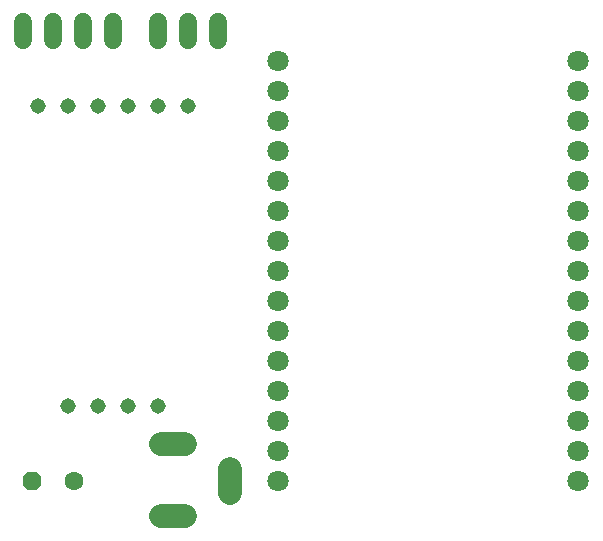
<source format=gbr>
G04 EAGLE Gerber RS-274X export*
G75*
%MOMM*%
%FSLAX34Y34*%
%LPD*%
%INTop Copper*%
%IPPOS*%
%AMOC8*
5,1,8,0,0,1.08239X$1,22.5*%
G01*
%ADD10P,1.732040X8X202.500000*%
%ADD11C,1.600200*%
%ADD12C,1.800000*%
%ADD13C,2.000000*%
%ADD14C,1.508000*%
%ADD15C,1.308000*%


D10*
X45720Y114300D03*
D11*
X81280Y114300D03*
D12*
X508000Y114300D03*
X508000Y190500D03*
X508000Y215900D03*
X508000Y292100D03*
X254000Y190500D03*
X254000Y165100D03*
X254000Y215900D03*
X508000Y165100D03*
X508000Y317500D03*
X508000Y342900D03*
X508000Y368300D03*
X508000Y444500D03*
X508000Y469900D03*
X254000Y292100D03*
X254000Y266700D03*
X254000Y241300D03*
X254000Y342900D03*
X254000Y317500D03*
X254000Y393700D03*
X254000Y368300D03*
X254000Y469900D03*
X254000Y139700D03*
X508000Y139700D03*
X508000Y393700D03*
X508000Y241300D03*
X508000Y419100D03*
X508000Y266700D03*
X254000Y114300D03*
X254000Y419100D03*
X254000Y444500D03*
D13*
X175100Y145300D02*
X155100Y145300D01*
X213100Y124300D02*
X213100Y104300D01*
X175100Y84300D02*
X155100Y84300D01*
D14*
X152400Y487760D02*
X152400Y502840D01*
X177800Y502840D02*
X177800Y487760D01*
X203200Y487760D02*
X203200Y502840D01*
X38100Y502840D02*
X38100Y487760D01*
X63500Y487760D02*
X63500Y502840D01*
X88900Y502840D02*
X88900Y487760D01*
X114300Y487760D02*
X114300Y502840D01*
D15*
X152400Y177800D03*
X127000Y177800D03*
X101600Y177800D03*
X76200Y177800D03*
X50800Y431800D03*
X76200Y431800D03*
X101600Y431800D03*
X127000Y431800D03*
X152400Y431800D03*
X177800Y431800D03*
M02*

</source>
